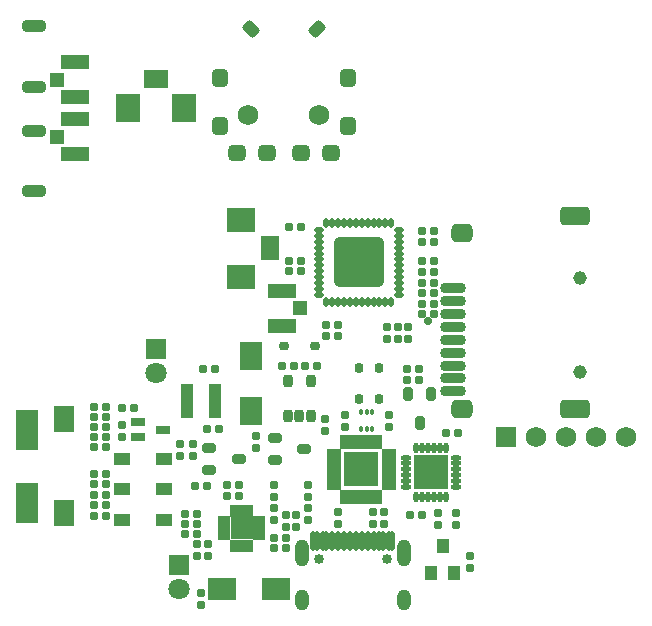
<source format=gts>
G04*
G04 #@! TF.GenerationSoftware,Altium Limited,Altium Designer,20.2.6 (244)*
G04*
G04 Layer_Color=8388736*
%FSLAX25Y25*%
%MOIN*%
G70*
G04*
G04 #@! TF.SameCoordinates,568CAEEB-50F0-44EC-8363-EC95FF72310B*
G04*
G04*
G04 #@! TF.FilePolarity,Negative*
G04*
G01*
G75*
G04:AMPARAMS|DCode=55|XSize=12mil|YSize=19.68mil|CornerRadius=3mil|HoleSize=0mil|Usage=FLASHONLY|Rotation=0.000|XOffset=0mil|YOffset=0mil|HoleType=Round|Shape=RoundedRectangle|*
%AMROUNDEDRECTD55*
21,1,0.01200,0.01369,0,0,0.0*
21,1,0.00600,0.01968,0,0,0.0*
1,1,0.00600,0.00300,-0.00684*
1,1,0.00600,-0.00300,-0.00684*
1,1,0.00600,-0.00300,0.00684*
1,1,0.00600,0.00300,0.00684*
%
%ADD55ROUNDEDRECTD55*%
%ADD63R,0.09461X0.04934*%
%ADD64R,0.04934X0.04737*%
%ADD65R,0.07887X0.09461*%
%ADD66R,0.01981X0.05918*%
G04:AMPARAMS|DCode=67|XSize=55.24mil|YSize=59.18mil|CornerRadius=15.81mil|HoleSize=0mil|Usage=FLASHONLY|Rotation=0.000|XOffset=0mil|YOffset=0mil|HoleType=Round|Shape=RoundedRectangle|*
%AMROUNDEDRECTD67*
21,1,0.05524,0.02756,0,0,0.0*
21,1,0.02362,0.05918,0,0,0.0*
1,1,0.03162,0.01181,-0.01378*
1,1,0.03162,-0.01181,-0.01378*
1,1,0.03162,-0.01181,0.01378*
1,1,0.03162,0.01181,0.01378*
%
%ADD67ROUNDEDRECTD67*%
G04:AMPARAMS|DCode=68|XSize=59.18mil|YSize=55.24mil|CornerRadius=15.81mil|HoleSize=0mil|Usage=FLASHONLY|Rotation=0.000|XOffset=0mil|YOffset=0mil|HoleType=Round|Shape=RoundedRectangle|*
%AMROUNDEDRECTD68*
21,1,0.05918,0.02362,0,0,0.0*
21,1,0.02756,0.05524,0,0,0.0*
1,1,0.03162,0.01378,-0.01181*
1,1,0.03162,-0.01378,-0.01181*
1,1,0.03162,-0.01378,0.01181*
1,1,0.03162,0.01378,0.01181*
%
%ADD68ROUNDEDRECTD68*%
G04:AMPARAMS|DCode=69|XSize=41.47mil|YSize=55.24mil|CornerRadius=12.37mil|HoleSize=0mil|Usage=FLASHONLY|Rotation=45.000|XOffset=0mil|YOffset=0mil|HoleType=Round|Shape=RoundedRectangle|*
%AMROUNDEDRECTD69*
21,1,0.04147,0.03051,0,0,45.0*
21,1,0.01673,0.05524,0,0,45.0*
1,1,0.02473,0.01670,-0.00487*
1,1,0.02473,0.00487,-0.01670*
1,1,0.02473,-0.01670,0.00487*
1,1,0.02473,-0.00487,0.01670*
%
%ADD69ROUNDEDRECTD69*%
G04:AMPARAMS|DCode=70|XSize=41.47mil|YSize=55.24mil|CornerRadius=12.37mil|HoleSize=0mil|Usage=FLASHONLY|Rotation=135.000|XOffset=0mil|YOffset=0mil|HoleType=Round|Shape=RoundedRectangle|*
%AMROUNDEDRECTD70*
21,1,0.04147,0.03051,0,0,135.0*
21,1,0.01673,0.05524,0,0,135.0*
1,1,0.02473,0.00487,0.01670*
1,1,0.02473,0.01670,0.00487*
1,1,0.02473,-0.00487,-0.01670*
1,1,0.02473,-0.01670,-0.00487*
%
%ADD70ROUNDEDRECTD70*%
G04:AMPARAMS|DCode=71|XSize=39.5mil|YSize=78.87mil|CornerRadius=11.87mil|HoleSize=0mil|Usage=FLASHONLY|Rotation=90.000|XOffset=0mil|YOffset=0mil|HoleType=Round|Shape=RoundedRectangle|*
%AMROUNDEDRECTD71*
21,1,0.03950,0.05512,0,0,90.0*
21,1,0.01575,0.07887,0,0,90.0*
1,1,0.02375,0.02756,0.00787*
1,1,0.02375,0.02756,-0.00787*
1,1,0.02375,-0.02756,-0.00787*
1,1,0.02375,-0.02756,0.00787*
%
%ADD71ROUNDEDRECTD71*%
G04:AMPARAMS|DCode=72|XSize=22mil|YSize=48mil|CornerRadius=8mil|HoleSize=0mil|Usage=FLASHONLY|Rotation=0.000|XOffset=0mil|YOffset=0mil|HoleType=Round|Shape=RoundedRectangle|*
%AMROUNDEDRECTD72*
21,1,0.02200,0.03200,0,0,0.0*
21,1,0.00600,0.04800,0,0,0.0*
1,1,0.01600,0.00300,-0.01600*
1,1,0.01600,-0.00300,-0.01600*
1,1,0.01600,-0.00300,0.01600*
1,1,0.01600,0.00300,0.01600*
%
%ADD72ROUNDEDRECTD72*%
G04:AMPARAMS|DCode=73|XSize=22mil|YSize=48mil|CornerRadius=8mil|HoleSize=0mil|Usage=FLASHONLY|Rotation=270.000|XOffset=0mil|YOffset=0mil|HoleType=Round|Shape=RoundedRectangle|*
%AMROUNDEDRECTD73*
21,1,0.02200,0.03200,0,0,270.0*
21,1,0.00600,0.04800,0,0,270.0*
1,1,0.01600,-0.01600,-0.00300*
1,1,0.01600,-0.01600,0.00300*
1,1,0.01600,0.01600,0.00300*
1,1,0.01600,0.01600,-0.00300*
%
%ADD73ROUNDEDRECTD73*%
%ADD74R,0.11824X0.11430*%
%ADD75R,0.07690X0.09461*%
%ADD76R,0.09461X0.07690*%
G04:AMPARAMS|DCode=77|XSize=28mil|YSize=28mil|CornerRadius=9mil|HoleSize=0mil|Usage=FLASHONLY|Rotation=180.000|XOffset=0mil|YOffset=0mil|HoleType=Round|Shape=RoundedRectangle|*
%AMROUNDEDRECTD77*
21,1,0.02800,0.01000,0,0,180.0*
21,1,0.01000,0.02800,0,0,180.0*
1,1,0.01800,-0.00500,0.00500*
1,1,0.01800,0.00500,0.00500*
1,1,0.01800,0.00500,-0.00500*
1,1,0.01800,-0.00500,-0.00500*
%
%ADD77ROUNDEDRECTD77*%
%ADD78O,0.08674X0.03556*%
G04:AMPARAMS|DCode=79|XSize=63.12mil|YSize=70.99mil|CornerRadius=17.78mil|HoleSize=0mil|Usage=FLASHONLY|Rotation=90.000|XOffset=0mil|YOffset=0mil|HoleType=Round|Shape=RoundedRectangle|*
%AMROUNDEDRECTD79*
21,1,0.06312,0.03543,0,0,90.0*
21,1,0.02756,0.07099,0,0,90.0*
1,1,0.03556,0.01772,0.01378*
1,1,0.03556,0.01772,-0.01378*
1,1,0.03556,-0.01772,-0.01378*
1,1,0.03556,-0.01772,0.01378*
%
%ADD79ROUNDEDRECTD79*%
G04:AMPARAMS|DCode=80|XSize=63.12mil|YSize=102.49mil|CornerRadius=17.78mil|HoleSize=0mil|Usage=FLASHONLY|Rotation=90.000|XOffset=0mil|YOffset=0mil|HoleType=Round|Shape=RoundedRectangle|*
%AMROUNDEDRECTD80*
21,1,0.06312,0.06693,0,0,90.0*
21,1,0.02756,0.10249,0,0,90.0*
1,1,0.03556,0.03347,0.01378*
1,1,0.03556,0.03347,-0.01378*
1,1,0.03556,-0.03347,-0.01378*
1,1,0.03556,-0.03347,0.01378*
%
%ADD80ROUNDEDRECTD80*%
%ADD81R,0.04343X0.04540*%
%ADD82R,0.04343X0.04540*%
G04:AMPARAMS|DCode=83|XSize=28mil|YSize=28mil|CornerRadius=9mil|HoleSize=0mil|Usage=FLASHONLY|Rotation=270.000|XOffset=0mil|YOffset=0mil|HoleType=Round|Shape=RoundedRectangle|*
%AMROUNDEDRECTD83*
21,1,0.02800,0.01000,0,0,270.0*
21,1,0.01000,0.02800,0,0,270.0*
1,1,0.01800,-0.00500,-0.00500*
1,1,0.01800,-0.00500,0.00500*
1,1,0.01800,0.00500,0.00500*
1,1,0.01800,0.00500,-0.00500*
%
%ADD83ROUNDEDRECTD83*%
%ADD84R,0.01981X0.03950*%
%ADD85R,0.03950X0.01981*%
%ADD86R,0.07690X0.07690*%
%ADD87R,0.05918X0.01981*%
%ADD88R,0.09461X0.07887*%
%ADD89R,0.07800X0.13800*%
%ADD90R,0.03950X0.11430*%
%ADD91R,0.04934X0.02769*%
%ADD92R,0.05328X0.03950*%
G04:AMPARAMS|DCode=93|XSize=67.06mil|YSize=19.81mil|CornerRadius=6.95mil|HoleSize=0mil|Usage=FLASHONLY|Rotation=90.000|XOffset=0mil|YOffset=0mil|HoleType=Round|Shape=RoundedRectangle|*
%AMROUNDEDRECTD93*
21,1,0.06706,0.00591,0,0,90.0*
21,1,0.05315,0.01981,0,0,90.0*
1,1,0.01391,0.00295,0.02657*
1,1,0.01391,0.00295,-0.02657*
1,1,0.01391,-0.00295,-0.02657*
1,1,0.01391,-0.00295,0.02657*
%
%ADD93ROUNDEDRECTD93*%
G04:AMPARAMS|DCode=94|XSize=168mil|YSize=168mil|CornerRadius=20mil|HoleSize=0mil|Usage=FLASHONLY|Rotation=90.000|XOffset=0mil|YOffset=0mil|HoleType=Round|Shape=RoundedRectangle|*
%AMROUNDEDRECTD94*
21,1,0.16800,0.12800,0,0,90.0*
21,1,0.12800,0.16800,0,0,90.0*
1,1,0.04000,0.06400,0.06400*
1,1,0.04000,0.06400,-0.06400*
1,1,0.04000,-0.06400,-0.06400*
1,1,0.04000,-0.06400,0.06400*
%
%ADD94ROUNDEDRECTD94*%
G04:AMPARAMS|DCode=95|XSize=34.58mil|YSize=17.84mil|CornerRadius=6.46mil|HoleSize=0mil|Usage=FLASHONLY|Rotation=90.000|XOffset=0mil|YOffset=0mil|HoleType=Round|Shape=RoundedRectangle|*
%AMROUNDEDRECTD95*
21,1,0.03458,0.00492,0,0,90.0*
21,1,0.02165,0.01784,0,0,90.0*
1,1,0.01292,0.00246,0.01083*
1,1,0.01292,0.00246,-0.01083*
1,1,0.01292,-0.00246,-0.01083*
1,1,0.01292,-0.00246,0.01083*
%
%ADD95ROUNDEDRECTD95*%
G04:AMPARAMS|DCode=96|XSize=34.58mil|YSize=17.84mil|CornerRadius=6.46mil|HoleSize=0mil|Usage=FLASHONLY|Rotation=180.000|XOffset=0mil|YOffset=0mil|HoleType=Round|Shape=RoundedRectangle|*
%AMROUNDEDRECTD96*
21,1,0.03458,0.00492,0,0,180.0*
21,1,0.02165,0.01784,0,0,180.0*
1,1,0.01292,-0.01083,0.00246*
1,1,0.01292,0.01083,0.00246*
1,1,0.01292,0.01083,-0.00246*
1,1,0.01292,-0.01083,-0.00246*
%
%ADD96ROUNDEDRECTD96*%
G04:AMPARAMS|DCode=97|XSize=27.69mil|YSize=31.62mil|CornerRadius=8.92mil|HoleSize=0mil|Usage=FLASHONLY|Rotation=0.000|XOffset=0mil|YOffset=0mil|HoleType=Round|Shape=RoundedRectangle|*
%AMROUNDEDRECTD97*
21,1,0.02769,0.01378,0,0,0.0*
21,1,0.00984,0.03162,0,0,0.0*
1,1,0.01784,0.00492,-0.00689*
1,1,0.01784,-0.00492,-0.00689*
1,1,0.01784,-0.00492,0.00689*
1,1,0.01784,0.00492,0.00689*
%
%ADD97ROUNDEDRECTD97*%
%ADD98O,0.03556X0.01784*%
%ADD99O,0.01784X0.03556*%
G04:AMPARAMS|DCode=100|XSize=27.69mil|YSize=31.62mil|CornerRadius=8.92mil|HoleSize=0mil|Usage=FLASHONLY|Rotation=270.000|XOffset=0mil|YOffset=0mil|HoleType=Round|Shape=RoundedRectangle|*
%AMROUNDEDRECTD100*
21,1,0.02769,0.01378,0,0,270.0*
21,1,0.00984,0.03162,0,0,270.0*
1,1,0.01784,-0.00689,-0.00492*
1,1,0.01784,-0.00689,0.00492*
1,1,0.01784,0.00689,0.00492*
1,1,0.01784,0.00689,-0.00492*
%
%ADD100ROUNDEDRECTD100*%
G04:AMPARAMS|DCode=101|XSize=31.62mil|YSize=47.37mil|CornerRadius=9.91mil|HoleSize=0mil|Usage=FLASHONLY|Rotation=0.000|XOffset=0mil|YOffset=0mil|HoleType=Round|Shape=RoundedRectangle|*
%AMROUNDEDRECTD101*
21,1,0.03162,0.02756,0,0,0.0*
21,1,0.01181,0.04737,0,0,0.0*
1,1,0.01981,0.00591,-0.01378*
1,1,0.01981,-0.00591,-0.01378*
1,1,0.01981,-0.00591,0.01378*
1,1,0.01981,0.00591,0.01378*
%
%ADD101ROUNDEDRECTD101*%
G04:AMPARAMS|DCode=102|XSize=31.62mil|YSize=47.37mil|CornerRadius=9.91mil|HoleSize=0mil|Usage=FLASHONLY|Rotation=90.000|XOffset=0mil|YOffset=0mil|HoleType=Round|Shape=RoundedRectangle|*
%AMROUNDEDRECTD102*
21,1,0.03162,0.02756,0,0,90.0*
21,1,0.01181,0.04737,0,0,90.0*
1,1,0.01981,0.01378,0.00591*
1,1,0.01981,0.01378,-0.00591*
1,1,0.01981,-0.01378,-0.00591*
1,1,0.01981,-0.01378,0.00591*
%
%ADD102ROUNDEDRECTD102*%
G04:AMPARAMS|DCode=103|XSize=31.62mil|YSize=43mil|CornerRadius=9.91mil|HoleSize=0mil|Usage=FLASHONLY|Rotation=180.000|XOffset=0mil|YOffset=0mil|HoleType=Round|Shape=RoundedRectangle|*
%AMROUNDEDRECTD103*
21,1,0.03162,0.02319,0,0,180.0*
21,1,0.01181,0.04300,0,0,180.0*
1,1,0.01981,-0.00591,0.01159*
1,1,0.01981,0.00591,0.01159*
1,1,0.01981,0.00591,-0.01159*
1,1,0.01981,-0.00591,-0.01159*
%
%ADD103ROUNDEDRECTD103*%
%ADD104R,0.06706X0.08674*%
%ADD105C,0.06800*%
%ADD106R,0.06800X0.06800*%
%ADD107C,0.07099*%
%ADD108R,0.07099X0.07099*%
%ADD109C,0.03359*%
%ADD110O,0.04737X0.07099*%
%ADD111O,0.04737X0.09068*%
%ADD112C,0.06899*%
%ADD113C,0.04537*%
%ADD114C,0.02800*%
D55*
X116032Y62168D02*
D03*
X118000D02*
D03*
X119969D02*
D03*
Y67861D02*
D03*
X118000D02*
D03*
X116032D02*
D03*
D63*
X20865Y172893D02*
D03*
Y184507D02*
D03*
Y153893D02*
D03*
Y165507D02*
D03*
X89860Y96693D02*
D03*
Y108307D02*
D03*
D64*
X14861Y178700D02*
D03*
Y159700D02*
D03*
X95864Y102500D02*
D03*
D65*
X57314Y169100D02*
D03*
X38416Y169100D02*
D03*
D66*
X50818Y178931D02*
D03*
X48849D02*
D03*
X46881D02*
D03*
X44912D02*
D03*
D67*
X69205Y179382D02*
D03*
Y163240D02*
D03*
X111725D02*
D03*
Y179382D02*
D03*
D68*
X74717Y154185D02*
D03*
X84658D02*
D03*
X96272D02*
D03*
X106213D02*
D03*
D69*
X79330Y195635D02*
D03*
D70*
X101600D02*
D03*
D71*
X7265Y196391D02*
D03*
Y176300D02*
D03*
Y161700D02*
D03*
Y141609D02*
D03*
D72*
X110305Y39615D02*
D03*
X112274D02*
D03*
X114242D02*
D03*
X116211D02*
D03*
X118179D02*
D03*
X120148D02*
D03*
X122116D02*
D03*
Y57915D02*
D03*
X120148D02*
D03*
X118179D02*
D03*
X116211D02*
D03*
X114242D02*
D03*
X112274D02*
D03*
X110305D02*
D03*
D73*
X125361Y42859D02*
D03*
Y44828D02*
D03*
Y46796D02*
D03*
Y48765D02*
D03*
Y50733D02*
D03*
Y52702D02*
D03*
Y54670D02*
D03*
X107061D02*
D03*
Y52702D02*
D03*
Y50733D02*
D03*
Y48765D02*
D03*
Y46796D02*
D03*
Y44828D02*
D03*
Y42859D02*
D03*
D74*
X116211Y48765D02*
D03*
X139450Y47780D02*
D03*
D75*
X79519Y68371D02*
D03*
Y86481D02*
D03*
D76*
X69731Y8766D02*
D03*
X87842D02*
D03*
D77*
X36563Y63537D02*
D03*
Y59537D02*
D03*
X152377Y15874D02*
D03*
Y19874D02*
D03*
X87200Y31800D02*
D03*
Y35800D02*
D03*
X94650Y33700D02*
D03*
Y29700D02*
D03*
X91190Y33682D02*
D03*
Y29682D02*
D03*
X61508Y19911D02*
D03*
Y23911D02*
D03*
X65000Y19913D02*
D03*
Y23913D02*
D03*
X55800Y53200D02*
D03*
Y57200D02*
D03*
X87200Y39700D02*
D03*
Y43700D02*
D03*
X104100Y61500D02*
D03*
Y65500D02*
D03*
X110844Y66829D02*
D03*
Y62829D02*
D03*
X125500Y62888D02*
D03*
Y66888D02*
D03*
X108474Y30636D02*
D03*
Y34636D02*
D03*
X120306Y34455D02*
D03*
Y30455D02*
D03*
X123670D02*
D03*
Y34455D02*
D03*
X141680Y30351D02*
D03*
Y34351D02*
D03*
X147718D02*
D03*
Y30351D02*
D03*
X128354Y92100D02*
D03*
Y96100D02*
D03*
X124900D02*
D03*
Y92100D02*
D03*
X131822D02*
D03*
Y96100D02*
D03*
X60300Y53100D02*
D03*
Y57100D02*
D03*
X62700Y3700D02*
D03*
Y7700D02*
D03*
X98500Y43700D02*
D03*
Y39700D02*
D03*
X98507Y35811D02*
D03*
Y31811D02*
D03*
X81300Y59900D02*
D03*
Y55900D02*
D03*
D78*
X146836Y109370D02*
D03*
Y105039D02*
D03*
Y100709D02*
D03*
Y96378D02*
D03*
Y92047D02*
D03*
Y87717D02*
D03*
Y83386D02*
D03*
Y79055D02*
D03*
Y74725D02*
D03*
D79*
X149805Y127677D02*
D03*
Y69000D02*
D03*
D80*
X187600Y133221D02*
D03*
Y69000D02*
D03*
D81*
X139621Y14081D02*
D03*
X143362Y23333D02*
D03*
D82*
X147102Y14081D02*
D03*
D83*
X57420Y27200D02*
D03*
X61420D02*
D03*
X61441Y33976D02*
D03*
X57441D02*
D03*
X61441Y30478D02*
D03*
X57441D02*
D03*
X60700Y43269D02*
D03*
X64700D02*
D03*
X91300Y22500D02*
D03*
X87300D02*
D03*
X91300Y26000D02*
D03*
X87300D02*
D03*
X31200Y62900D02*
D03*
X27200D02*
D03*
X31200Y59500D02*
D03*
X27200D02*
D03*
X31200Y66300D02*
D03*
X27200D02*
D03*
X31200Y56100D02*
D03*
X27200D02*
D03*
X31200Y69700D02*
D03*
X27200D02*
D03*
X75580Y43499D02*
D03*
X71580D02*
D03*
X40600Y69300D02*
D03*
X36600D02*
D03*
X27200Y47125D02*
D03*
X31200D02*
D03*
X63600Y82059D02*
D03*
X67600D02*
D03*
X27200Y43725D02*
D03*
X31200D02*
D03*
X27200Y40225D02*
D03*
X31200D02*
D03*
X27200Y36725D02*
D03*
X31200D02*
D03*
X27200Y33225D02*
D03*
X31200D02*
D03*
X71580Y39900D02*
D03*
X75580D02*
D03*
X92304Y114756D02*
D03*
X96304D02*
D03*
Y118256D02*
D03*
X92304D02*
D03*
X140396Y104050D02*
D03*
X136396D02*
D03*
X140428Y100518D02*
D03*
X136428D02*
D03*
X136396Y107550D02*
D03*
X140396D02*
D03*
X136428Y111050D02*
D03*
X140428D02*
D03*
X136428Y114550D02*
D03*
X140428D02*
D03*
X136428Y118065D02*
D03*
X140428D02*
D03*
X140544Y124677D02*
D03*
X136544D02*
D03*
X140544Y128179D02*
D03*
X136544D02*
D03*
X132400Y33600D02*
D03*
X136400D02*
D03*
X144650Y61000D02*
D03*
X148650D02*
D03*
X131600Y82200D02*
D03*
X135600D02*
D03*
X131600Y78700D02*
D03*
X135600D02*
D03*
X64665Y62168D02*
D03*
X68665D02*
D03*
X92300Y129700D02*
D03*
X96300D02*
D03*
X104475Y97021D02*
D03*
X108475D02*
D03*
X108400Y93200D02*
D03*
X104400D02*
D03*
X101340Y83177D02*
D03*
X97340D02*
D03*
X89860D02*
D03*
X93860D02*
D03*
D84*
X73395Y23200D02*
D03*
X75363D02*
D03*
X77332D02*
D03*
X79300D02*
D03*
Y35011D02*
D03*
X77332D02*
D03*
X75363D02*
D03*
X73395D02*
D03*
D85*
X82253Y26153D02*
D03*
Y28121D02*
D03*
Y30090D02*
D03*
Y32058D02*
D03*
X70442D02*
D03*
Y30090D02*
D03*
Y28121D02*
D03*
Y26153D02*
D03*
D86*
X76347Y29105D02*
D03*
D87*
X85931Y125453D02*
D03*
Y123484D02*
D03*
Y121516D02*
D03*
Y119547D02*
D03*
D88*
X76100Y131949D02*
D03*
X76100Y113051D02*
D03*
D89*
X4900Y37698D02*
D03*
Y62000D02*
D03*
D90*
X67328Y71477D02*
D03*
X58272D02*
D03*
D91*
X41966Y64559D02*
D03*
Y59441D02*
D03*
X50234Y62000D02*
D03*
D92*
X36610Y52300D02*
D03*
X50390D02*
D03*
Y42194D02*
D03*
X36610D02*
D03*
Y32000D02*
D03*
X50390D02*
D03*
D93*
X126647Y24921D02*
D03*
X125466D02*
D03*
X123498D02*
D03*
X122317D02*
D03*
X120348D02*
D03*
X118379D02*
D03*
X116411D02*
D03*
X114443D02*
D03*
X112474D02*
D03*
X110505D02*
D03*
X108537D02*
D03*
X106569D02*
D03*
X104600D02*
D03*
X103419D02*
D03*
X101450D02*
D03*
X100269D02*
D03*
D94*
X115427Y117756D02*
D03*
D95*
X104600Y104518D02*
D03*
X106569D02*
D03*
X108537D02*
D03*
X110505D02*
D03*
X112474D02*
D03*
X114443D02*
D03*
X116411D02*
D03*
X118379D02*
D03*
X120348D02*
D03*
X122317D02*
D03*
X124285D02*
D03*
X126253D02*
D03*
Y130994D02*
D03*
X124285D02*
D03*
X122317D02*
D03*
X120348D02*
D03*
X118379D02*
D03*
X116411D02*
D03*
X114443D02*
D03*
X112474D02*
D03*
X110505D02*
D03*
X108537D02*
D03*
X106569D02*
D03*
X104600D02*
D03*
D96*
X128665Y106929D02*
D03*
Y108898D02*
D03*
Y110866D02*
D03*
Y112835D02*
D03*
Y114803D02*
D03*
Y116772D02*
D03*
Y118740D02*
D03*
Y120709D02*
D03*
Y122677D02*
D03*
Y124646D02*
D03*
Y126614D02*
D03*
Y128583D02*
D03*
X102189D02*
D03*
Y126614D02*
D03*
Y124646D02*
D03*
Y122677D02*
D03*
Y120709D02*
D03*
Y118740D02*
D03*
Y116772D02*
D03*
Y114803D02*
D03*
Y112835D02*
D03*
Y110866D02*
D03*
Y108898D02*
D03*
Y106929D02*
D03*
D97*
X115478Y82529D02*
D03*
Y72061D02*
D03*
X122195Y82529D02*
D03*
Y72061D02*
D03*
D98*
X131182Y52702D02*
D03*
Y50733D02*
D03*
Y48765D02*
D03*
Y46796D02*
D03*
Y44828D02*
D03*
Y42859D02*
D03*
X147718D02*
D03*
Y44828D02*
D03*
Y46796D02*
D03*
Y48765D02*
D03*
Y50733D02*
D03*
Y52702D02*
D03*
D99*
X134529Y39513D02*
D03*
X136497D02*
D03*
X138466D02*
D03*
X140434D02*
D03*
X142403D02*
D03*
X144371D02*
D03*
Y56048D02*
D03*
X142403D02*
D03*
X140434D02*
D03*
X138466D02*
D03*
X136497D02*
D03*
X134529D02*
D03*
D100*
X100834Y90000D02*
D03*
X90366D02*
D03*
D101*
X135700Y64195D02*
D03*
X131960Y74006D02*
D03*
X139440D02*
D03*
D102*
X97206Y55600D02*
D03*
X87394Y51860D02*
D03*
Y59340D02*
D03*
X65552Y55947D02*
D03*
Y48466D02*
D03*
X75363Y52206D02*
D03*
D103*
X99340Y66689D02*
D03*
X95600D02*
D03*
X91860D02*
D03*
Y78089D02*
D03*
X99340D02*
D03*
D104*
X17300Y34300D02*
D03*
X17221Y65531D02*
D03*
D105*
X204600Y59500D02*
D03*
X194600D02*
D03*
X184600D02*
D03*
X174600D02*
D03*
D106*
X164600D02*
D03*
D107*
X47900Y80963D02*
D03*
X55648Y8963D02*
D03*
D108*
X47900Y88837D02*
D03*
X55648Y16837D02*
D03*
D109*
X102080Y18858D02*
D03*
X124836D02*
D03*
D110*
X130486Y5079D02*
D03*
X96431D02*
D03*
D111*
X130486Y20827D02*
D03*
X96431D02*
D03*
D112*
X78654Y166783D02*
D03*
X102276D02*
D03*
D113*
X189175Y112716D02*
D03*
Y81299D02*
D03*
D114*
X138629Y98300D02*
D03*
M02*

</source>
